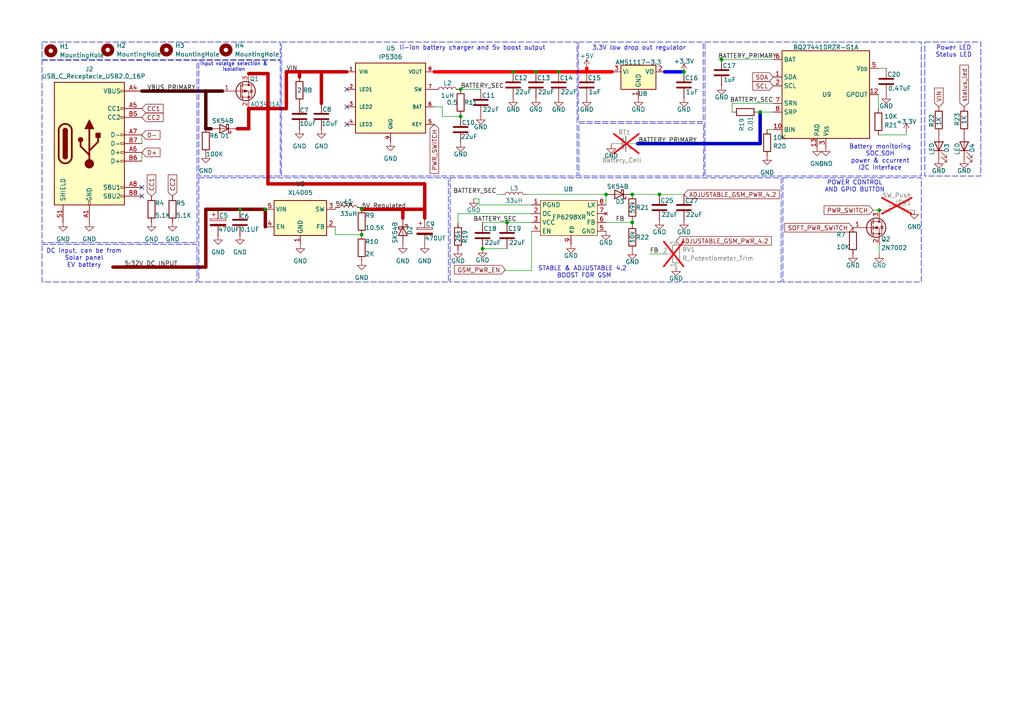
<source format=kicad_sch>
(kicad_sch (version 20250114) (generator "eeschema") (generator_version "9.0")
  (paper "A4")
  (title_block (title "AirQo Mobile Monitor Redesign V1") (date "2025-09-19") (rev "3.0") (company "AirQo"))
  (lib_symbols
    (symbol "Battery_Management:BQ27441DRZR-G1A"
      (property "Reference" "U" (at -5.08 15.875 0))
      (property "Value" "BQ27441DRZR-G1A" (at -5.08 13.97 0))
      (symbol "BQ27441DRZR-G1A_1_1"
        (pin power_in line (at -15.24 10.16 0) (length 2.54) (name "BAT") (number "6"))
        (pin bidirectional line (at -15.24 5.08 0) (length 2.54) (name "SDA") (number "1"))
        (pin input line (at -15.24 2.54 0) (length 2.54) (name "SCL") (number "2"))
        (pin input line (at -15.24 -2.54 0) (length 2.54) (name "SRN") (number "7"))
        (pin input line (at -15.24 -5.08 0) (length 2.54) (name "SRP") (number "8"))
        (pin input line (at -15.24 -10.16 0) (length 2.54) (name "BIN") (number "10"))
        (pin power_in line (at -2.54 -15.24 90) (length 2.54) (name "PAD") (number "13"))
        (pin power_in line (at 0 -15.24 90) (length 2.54) (name "V_{SS}") (number "3"))
        (pin no_connect line (at 10.16 -2.54 180) (length 2.54) (hide yes) (name "NC") (number "11"))
        (pin no_connect line (at 10.16 -5.08 180) (length 2.54) (hide yes) (name "NC") (number "9"))
        (pin no_connect line (at 10.16 -7.62 180) (length 2.54) (hide yes) (name "NC") (number "4"))
        (pin power_out line (at 15.24 7.62 180) (length 2.54) (name "V_{DD}") (number "5"))
        (pin output line (at 15.24 0 180) (length 2.54) (name "GPOUT") (number "12"))
      )
    )
    (symbol "Connector:USB_C_Receptacle_USB2.0_16P" (pin_names (offset 1.016))
      (property "Reference" "J" (at 0 22.225 0))
      (property "Value" "USB_C_Receptacle_USB2.0_16P" (at 0 19.685 0))
      (symbol "USB_C_Receptacle_USB2.0_16P_1_1"
        (pin passive line (at -7.62 -22.86 90) (length 5.08) (name "SHIELD") (number "S1"))
        (pin passive line (at 0 -22.86 90) (length 5.08) (name "GND") (number "A1"))
        (pin passive line (at 0 -22.86 90) (length 5.08) (hide yes) (name "GND") (number "A12"))
        (pin passive line (at 0 -22.86 90) (length 5.08) (hide yes) (name "GND") (number "B1"))
        (pin passive line (at 0 -22.86 90) (length 5.08) (hide yes) (name "GND") (number "B12"))
        (pin passive line (at 15.24 15.24 180) (length 5.08) (name "VBUS") (number "A4"))
        (pin passive line (at 15.24 15.24 180) (length 5.08) (hide yes) (name "VBUS") (number "A9"))
        (pin passive line (at 15.24 15.24 180) (length 5.08) (hide yes) (name "VBUS") (number "B4"))
        (pin passive line (at 15.24 15.24 180) (length 5.08) (hide yes) (name "VBUS") (number "B9"))
        (pin bidirectional line (at 15.24 10.16 180) (length 5.08) (name "CC1") (number "A5"))
        (pin bidirectional line (at 15.24 7.62 180) (length 5.08) (name "CC2") (number "B5"))
        (pin bidirectional line (at 15.24 2.54 180) (length 5.08) (name "D-") (number "A7"))
        (pin bidirectional line (at 15.24 0 180) (length 5.08) (name "D-") (number "B7"))
        (pin bidirectional line (at 15.24 -2.54 180) (length 5.08) (name "D+") (number "A6"))
        (pin bidirectional line (at 15.24 -5.08 180) (length 5.08) (name "D+") (number "B6"))
        (pin bidirectional line (at 15.24 -12.7 180) (length 5.08) (name "SBU1") (number "A8"))
        (pin bidirectional line (at 15.24 -15.24 180) (length 5.08) (name "SBU2") (number "B8"))
      )
    )
    (symbol "Device:Battery_Cell" (pin_numbers (hide yes)) (pin_names (offset 0) (hide yes))
      (property "Reference" "BT" (at 2.54 2.54 0))
      (property "Value" "Battery_Cell" (at 2.54 0 0))
      (symbol "Battery_Cell_1_1"
        (pin passive line (at 0 5.08 270) (length 2.54) (name "+") (number "1"))
        (pin passive line (at 0 -2.54 90) (length 2.54) (name "-") (number "2"))
      )
    )
    (symbol "Device:C" (pin_numbers (hide yes)) (pin_names (offset 0.254))
      (property "Reference" "C" (at 0.635 2.54 0))
      (property "Value" "C" (at 0.635 -2.54 0))
      (symbol "C_1_1"
        (pin passive line (at 0 3.81 270) (length 2.794) (name "~") (number "1"))
        (pin passive line (at 0 -3.81 90) (length 2.794) (name "~") (number "2"))
      )
    )
    (symbol "Device:C_Polarized" (pin_numbers (hide yes)) (pin_names (offset 0.254))
      (property "Reference" "C" (at 0.635 2.54 0))
      (property "Value" "C_Polarized" (at 0.635 -2.54 0))
      (symbol "C_Polarized_1_1"
        (pin passive line (at 0 3.81 270) (length 2.794) (name "~") (number "1"))
        (pin passive line (at 0 -3.81 90) (length 2.794) (name "~") (number "2"))
      )
    )
    (symbol "Device:D_Schottky" (pin_numbers (hide yes)) (pin_names (offset 1.016) (hide yes))
      (property "Reference" "D" (at 0 2.54 0))
      (property "Value" "D_Schottky" (at 0 -2.54 0))
      (symbol "D_Schottky_1_1"
        (pin passive line (at -3.81 0 0) (length 2.54) (name "K") (number "1"))
        (pin passive line (at 3.81 0 180) (length 2.54) (name "A") (number "2"))
      )
    )
    (symbol "Device:L" (pin_numbers (hide yes)) (pin_names (offset 1.016) (hide yes))
      (property "Reference" "L" (at -1.27 0 90))
      (property "Value" "L" (at 1.905 0 90))
      (symbol "L_1_1"
        (pin passive line (at 0 3.81 270) (length 1.27) (name "1") (number "1"))
        (pin passive line (at 0 -3.81 90) (length 1.27) (name "2") (number "2"))
      )
    )
    (symbol "Device:LED" (pin_numbers (hide yes)) (pin_names (offset 1.016) (hide yes))
      (property "Reference" "D" (at 0 2.54 0))
      (property "Value" "LED" (at 0 -2.54 0))
      (symbol "LED_1_1"
        (pin passive line (at -3.81 0 0) (length 2.54) (name "K") (number "1"))
        (pin passive line (at 3.81 0 180) (length 2.54) (name "A") (number "2"))
      )
    )
    (symbol "Device:R" (pin_numbers (hide yes)) (pin_names (offset 0))
      (property "Reference" "R" (at 2.032 0 90))
      (property "Value" "R" (at 0 0 90))
      (symbol "R_1_1"
        (pin passive line (at 0 3.81 270) (length 1.27) (name "~") (number "1"))
        (pin passive line (at 0 -3.81 90) (length 1.27) (name "~") (number "2"))
      )
    )
    (symbol "Device:R_Potentiometer_Trim" (pin_names (offset 1.016) (hide yes))
      (property "Reference" "RV" (at -4.445 0 90))
      (property "Value" "R_Potentiometer_Trim" (at -2.54 0 90))
      (symbol "R_Potentiometer_Trim_1_1"
        (pin passive line (at 0 3.81 270) (length 1.27) (name "1") (number "1"))
        (pin passive line (at 0 -3.81 90) (length 1.27) (name "3") (number "3"))
        (pin passive line (at 3.81 0 180) (length 1.27) (name "2") (number "2"))
      )
    )
    (symbol "FP6298:FP6298"
      (property "Reference" "U11" (at 3.048 7.62 0))
      (property "Value" "FP6298XR" (at 3.302 1.524 0))
      (symbol "FP6298_1_1"
        (pin power_out line (at -7.62 5.08 0) (length 2.54) (name "PGND") (number "1"))
        (pin input line (at -7.62 2.54 0) (length 2.54) (name "OC") (number "2"))
        (pin power_in line (at -7.62 0 0) (length 2.54) (name "VCC") (number "3"))
        (pin power_in line (at -7.62 -2.54 0) (length 2.54) (name "EN") (number "4"))
        (pin output line (at 3.81 -6.35 90) (length 2.54) (name "ep") (number "9"))
        (pin output line (at 13.97 5.08 180) (length 2.54) (name "LX") (number "8"))
        (pin no_connect line (at 13.97 2.54 180) (length 2.54) (name "NC") (number "7"))
        (pin input line (at 13.97 0 180) (length 2.54) (name "FB") (number "6"))
        (pin power_out line (at 13.97 -2.54 180) (length 2.54) (name "GND") (number "5"))
      )
    )
    (symbol "IP5306:IP5306" (pin_names (offset 1.016))
      (property "Reference" "U3" (at 0 14.478 0))
      (property "Value" "IP5306" (at 0 11.938 0))
      (symbol "IP5306_0_0"
        (pin bidirectional line (at -12.7 7.62 0) (length 2.54) (name "VIN") (number "1"))
        (pin bidirectional line (at -12.7 2.54 0) (length 2.54) (name "LED1") (number "2"))
        (pin bidirectional line (at -12.7 -2.54 0) (length 2.54) (name "LED2") (number "3"))
        (pin bidirectional line (at -12.7 -7.62 0) (length 2.54) (name "LED3") (number "4"))
        (pin bidirectional line (at 12.7 7.62 180) (length 2.54) (name "VOUT") (number "8"))
        (pin bidirectional line (at 12.7 2.54 180) (length 2.54) (name "SW") (number "7"))
        (pin bidirectional line (at 12.7 -2.54 180) (length 2.54) (name "BAT") (number "6"))
        (pin bidirectional line (at 12.7 -7.62 180) (length 2.54) (name "KEY") (number "5"))
      )
      (symbol "IP5306_1_0"
        (pin bidirectional line (at 0 -12.7 90) (length 2.54) (name "GND") (number "9"))
      )
    )
    (symbol "Mechanical:MountingHole" (pin_names (offset 1.016)) (exclude_from_sim yes) (in_bom no)
      (property "Reference" "H" (at 0 5.08 0))
      (property "Value" "MountingHole" (at 0 3.175 0))
    )
    (symbol "Regulator_Linear:AMS1117-3.3"
      (property "Reference" "U" (at -3.81 3.175 0))
      (property "Value" "AMS1117-3.3" (at 0 3.175 0))
      (symbol "AMS1117-3.3_1_1"
        (pin power_in line (at -7.62 0 0) (length 2.54) (name "VI") (number "3"))
        (pin power_in line (at 0 -7.62 90) (length 2.54) (name "GND") (number "1"))
        (pin power_out line (at 7.62 0 180) (length 2.54) (name "VO") (number "2"))
      )
    )
    (symbol "Regulator_Switching1:XL4005"
      (property "Reference" "U?" (at -6.35 6.35 0))
      (property "Value" "XL4005" (at 6.35 6.35 0))
      (symbol "XL4005_1_1"
        (pin power_in line (at -10.16 2.54 0) (length 2.54) (name "VIN") (number "5"))
        (pin input line (at -10.16 -2.54 0) (length 2.54) (name "EN") (number "4"))
        (pin power_in line (at 0 -7.62 90) (length 2.54) (name "GND") (number "1"))
        (pin power_out line (at 10.16 2.54 180) (length 2.54) (name "SW") (number "3"))
        (pin input line (at 10.16 -2.54 180) (length 2.54) (name "FB") (number "2"))
      )
    )
    (symbol "Switch:SW_Push" (pin_numbers (hide yes)) (pin_names (offset 1.016) (hide yes))
      (property "Reference" "SW" (at 1.27 2.54 0))
      (property "Value" "SW_Push" (at 0 -1.524 0))
      (symbol "SW_Push_0_1"
        (pin passive line (at -5.08 0 0) (length 2.54) (name "1") (number "1"))
        (pin passive line (at 5.08 0 180) (length 2.54) (name "2") (number "2"))
      )
    )
    (symbol "Transistor_FET:2N7002" (pin_names (hide yes))
      (property "Reference" "Q" (at 5.08 1.905 0))
      (property "Value" "2N7002" (at 5.08 0 0))
      (symbol "2N7002_1_1"
        (pin input line (at -5.08 0 0) (length 2.54) (name "G") (number "1"))
        (pin passive line (at 2.54 5.08 270) (length 2.54) (name "D") (number "3"))
        (pin passive line (at 2.54 -5.08 90) (length 2.54) (name "S") (number "2"))
      )
    )
    (symbol "Transistor_FET:AO3401A" (pin_names (hide yes))
      (property "Reference" "Q" (at 5.08 1.905 0))
      (property "Value" "AO3401A" (at 5.08 0 0))
      (symbol "AO3401A_1_1"
        (pin input line (at -5.08 0 0) (length 2.54) (name "G") (number "1"))
        (pin passive line (at 2.54 5.08 270) (length 2.54) (name "D") (number "3"))
        (pin passive line (at 2.54 -5.08 90) (length 2.54) (name "S") (number "2"))
      )
    )
    (symbol "power:+3.3V" (power) (pin_numbers (hide yes)) (pin_names (offset 0) (hide yes))
      (property "Value" "+3.3V" (at 0 3.556 0))
      (symbol "+3.3V_1_1"
        (pin power_in line (at 0 0 90) (length 0) (name "~") (number "1"))
      )
    )
    (symbol "power:+5V" (power) (pin_names (offset 0))
      (property "Value" "+5V" (at 0 3.556 0))
      (symbol "+5V_1_1"
        (pin power_in line (at 0 0 90) (length 0) (hide yes) (name "+5V") (number "1"))
      )
    )
    (symbol "power:GND" (power) (pin_numbers (hide yes)) (pin_names (offset 0) (hide yes))
      (property "Value" "GND" (at 0 -3.81 0))
      (symbol "GND_1_1"
        (pin power_in line (at 0 0 270) (length 0) (name "~") (number "1"))
      )
    )
  )
  (rectangle (start 227.076 51.562) (end 267.208 81.788) (stroke (width 0) (type dash)))
  (rectangle (start 57.658 51.562) (end 130.048 81.788) (stroke (width 0) (type dash)))
  (rectangle (start 12.192 12.192) (end 81.28 17.272) (stroke (width 0) (type dash)))
  (rectangle (start 130.556 51.562) (end 226.568 81.788) (stroke (width 0) (type dash)))
  (rectangle (start 12.192 70.866) (end 57.15 81.788) (stroke (width 0) (type dash)))
  (rectangle (start 167.894 35.814) (end 204.089 51.054) (stroke (width 0) (type dash)))
  (rectangle (start 268.224 12.192) (end 284.48 51.054) (stroke (width 0) (type dash)))
  (rectangle (start 167.767 12.192) (end 203.962 35.306) (stroke (width 0) (type dash)))
  (rectangle (start 204.47 12.192) (end 267.208 51.054) (stroke (width 0) (type dash)))
  (rectangle (start 57.658 17.526) (end 81.28 51.054) (stroke (width 0) (type dash)))
  (rectangle (start 12.192 17.526) (end 57.15 70.358) (stroke (width 0) (type dash)))
  (rectangle (start 81.661 12.192) (end 167.386 51.054) (stroke (width 0) (type dash)))
  (text "POWER CONTROL\nAND GPIO BUTTON" (at 247.904 54.102 0) (effects (font (size 1.27 1.27))))
  (text "STABLE & ADJUSTABLE 4.2 \nBOOST FOR GSM\n" (at 169.418 78.994 0) (effects (font (size 1.27 1.27))))
  (text "3.3V low drop out regulator\n" (at 171.704 14.732 0) (effects (font (size 1.27 1.27)) (justify left bottom)))
  (text "input volatge selection &\nisolation\n" (at 67.818 20.828 0) (effects (font (size 1 1)) (justify bottom)))
  (text "Power LED\nStatus LED" (at 276.606 14.986 0) (effects (font (size 1.27 1.27))))
  (text "DC input, can be from\nSolar panel\nEV battery\n" (at 24.384 74.93 0) (effects (font (size 1.27 1.27))))
  (text "Battery monitoring\nSOC,SOH\npower & ccurrent\nI2C interface\n" (at 255.27 45.72 0) (effects (font (size 1.27 1.27))))
  (text "li-ion battery charger and 5v boost output\n" (at 115.824 14.732 0) (effects (font (size 1.27 1.27)) (justify left bottom)))
  (junction (at 147.066 64.516))
  (junction (at 183.388 56.388))
  (junction (at 93.218 20.828) (color 194 0 0 1))
  (junction (at 133.604 25.908))
  (junction (at 162.052 20.828))
  (junction (at 198.374 20.828))
  (junction (at 175.768 56.388))
  (junction (at 255.016 60.96))
  (junction (at 59.69 26.416) (color 72 0 0 1))
  (junction (at 209.296 17.272))
  (junction (at 104.902 60.452))
  (junction (at 183.388 64.516))
  (junction (at 191.262 56.388))
  (junction (at 123.19 60.706) (color 194 0 0 0.6))
  (junction (at 220.472 32.512))
  (junction (at 170.18 20.828) (color 255 0 0 1))
  (junction (at 104.902 68.072))
  (junction (at 63.246 60.706) (color 132 0 0 1))
  (junction (at 148.844 20.828))
  (junction (at 116.84 60.706) (color 194 0 0 0.6))
  (junction (at 155.448 20.828))
  (junction (at 86.868 20.828) (color 194 0 0 1))
  (junction (at 69.596 60.706))
  (junction (at 133.604 33.782))
  (junction (at 59.69 37.084) (color 72 0 0 1))
  (junction (at 139.954 72.136))
  (junction (at 76.962 60.706))
  (junction (at 72.136 31.496) (color 194 0 0 1))
  (no_connect (at 41.148 56.896))
  (no_connect (at 100.584 36.068))
  (no_connect (at 100.584 25.908))
  (no_connect (at 41.148 54.356))
  (no_connect (at 100.584 30.988))
  (wire (pts (xy 41.148 44.196) (xy 41.148 46.736)))
  (wire (pts (xy 183.388 64.516) (xy 183.388 64.008)))
  (wire (pts (xy 59.69 60.706) (xy 59.69 77.47)) (stroke (width 1) (color 132 0 0 1)))
  (wire (pts (xy 212.344 29.972) (xy 224.282 29.972)))
  (wire (pts (xy 254.762 27.432) (xy 254.762 31.496)))
  (wire (pts (xy 86.868 20.828) (xy 93.218 20.828)) (stroke (width 1) (color 194 0 0 1)))
  (wire (pts (xy 123.19 53.34) (xy 123.19 60.706)) (stroke (width 1) (color 194 0 0 0.6)))
  (wire (pts (xy 77.724 21.336) (xy 77.724 53.34)) (stroke (width 1) (color 194 0 0 0.6)))
  (wire (pts (xy 138.938 59.436) (xy 154.178 59.436)))
  (wire (pts (xy 41.148 26.416) (xy 59.69 26.416)) (stroke (width 1) (color 72 0 0 1)))
  (wire (pts (xy 133.604 33.782) (xy 133.604 33.528)))
  (wire (pts (xy 86.868 22.352) (xy 86.868 20.828)) (stroke (width 1) (color 194 0 0 1)))
  (wire (pts (xy 147.066 64.516) (xy 139.954 64.516)))
  (wire (pts (xy 63.246 60.706) (xy 69.596 60.706)) (stroke (width 1) (color 132 0 0 1)))
  (wire (pts (xy 72.136 31.496) (xy 72.136 37.338)) (stroke (width 1) (color 194 0 0 1)))
  (wire (pts (xy 198.374 20.828) (xy 198.374 21.082)))
  (wire (pts (xy 184.912 41.656) (xy 220.472 41.656)) (stroke (width 1) (color 0 0 194 1)))
  (wire (pts (xy 144.018 56.388) (xy 145.288 56.388)))
  (wire (pts (xy 262.89 39.116) (xy 254.762 39.116)))
  (wire (pts (xy 254.762 19.812) (xy 257.048 19.812)))
  (wire (pts (xy 116.84 60.706) (xy 104.902 60.706)) (stroke (width 1) (color 194 0 0 0.6)))
  (wire (pts (xy 139.954 72.136) (xy 147.066 72.136)))
  (wire (pts (xy 41.148 39.116) (xy 41.148 41.656)))
  (wire (pts (xy 162.052 20.828) (xy 170.18 20.828)) (stroke (width 1) (color 255 0 0 1)))
  (wire (pts (xy 125.984 20.828) (xy 148.844 20.828)) (stroke (width 1) (color 255 0 0 1)))
  (wire (pts (xy 72.136 37.338) (xy 68.834 37.338)) (stroke (width 1) (color 194 0 0 1)))
  (wire (pts (xy 175.768 56.388) (xy 175.768 59.436)))
  (wire (pts (xy 59.69 37.338) (xy 61.214 37.338)) (stroke (width 1) (color 72 0 0 1)))
  (wire (pts (xy 220.472 32.512) (xy 220.472 41.656)) (stroke (width 1) (color 0 0 194 1)))
  (wire (pts (xy 148.844 20.828) (xy 155.448 20.828)) (stroke (width 1) (color 255 0 0 1)))
  (wire (pts (xy 104.902 60.198) (xy 104.902 60.452)))
  (wire (pts (xy 83.058 31.496) (xy 83.058 20.828)) (stroke (width 1) (color 194 0 0 1)))
  (wire (pts (xy 116.84 63.246) (xy 116.84 60.706)) (stroke (width 1) (color 194 0 0 0.6)))
  (wire (pts (xy 93.218 20.828) (xy 93.218 29.972)) (stroke (width 1) (color 194 0 0 1)))
  (wire (pts (xy 183.388 65.024) (xy 183.388 64.516)))
  (wire (pts (xy 220.472 32.512) (xy 224.282 32.512)))
  (wire (pts (xy 123.19 63.246) (xy 123.19 60.706)) (stroke (width 1) (color 194 0 0 0.6)))
  (wire (pts (xy 128.27 30.988) (xy 128.27 33.782)))
  (wire (pts (xy 77.724 53.34) (xy 123.19 53.34)) (stroke (width 1) (color 194 0 0 0.6)))
  (wire (pts (xy 59.69 37.338) (xy 59.69 37.084)) (stroke (width 1) (color 72 0 0 1)))
  (wire (pts (xy 59.69 60.706) (xy 63.246 60.706)) (stroke (width 1) (color 132 0 0 1)))
  (wire (pts (xy 192.786 20.828) (xy 198.374 20.828)) (stroke (width 1) (color 0 0 255 1)))
  (wire (pts (xy 137.414 57.658) (xy 138.938 57.658)))
  (wire (pts (xy 154.178 78.486) (xy 154.178 67.056)))
  (wire (pts (xy 212.344 32.512) (xy 212.344 29.972)))
  (wire (pts (xy 125.984 30.988) (xy 128.27 30.988)))
  (wire (pts (xy 133.604 25.908) (xy 139.446 25.908)))
  (wire (pts (xy 132.842 61.976) (xy 154.178 61.976)))
  (wire (pts (xy 170.18 19.812) (xy 170.18 20.828)) (stroke (width 1) (color 255 0 0 1)))
  (wire (pts (xy 97.282 60.198) (xy 97.282 60.706)))
  (wire (pts (xy 72.136 31.496) (xy 83.058 31.496)) (stroke (width 1) (color 194 0 0 1)))
  (wire (pts (xy 138.938 57.658) (xy 138.938 59.436)))
  (wire (pts (xy 155.448 20.828) (xy 162.052 20.828)) (stroke (width 1) (color 255 0 0 1)))
  (wire (pts (xy 262.89 39.116) (xy 262.89 38.354)))
  (wire (pts (xy 97.282 65.786) (xy 97.282 68.072)))
  (wire (pts (xy 152.908 56.388) (xy 175.768 56.388)))
  (wire (pts (xy 132.842 64.77) (xy 132.842 61.976)))
  (wire (pts (xy 128.27 33.782) (xy 133.604 33.782)))
  (wire (pts (xy 59.69 77.47) (xy 32.766 77.47)) (stroke (width 1) (color 132 0 0 1)))
  (wire (pts (xy 188.468 73.66) (xy 192.278 73.66)))
  (wire (pts (xy 59.69 37.338) (xy 59.69 37.084)) (stroke (width 0) (color 72 0 0 1)))
  (wire (pts (xy 175.768 64.516) (xy 183.388 64.516)))
  (wire (pts (xy 83.058 20.828) (xy 86.868 20.828)) (stroke (width 1) (color 194 0 0 1)))
  (wire (pts (xy 198.374 56.388) (xy 191.262 56.388)))
  (wire (pts (xy 191.262 56.388) (xy 183.388 56.388)))
  (wire (pts (xy 72.136 21.336) (xy 77.724 21.336)) (stroke (width 1) (color 194 0 0 0.6)))
  (wire (pts (xy 104.902 60.452) (xy 104.902 60.706)))
  (wire (pts (xy 222.504 37.592) (xy 224.282 37.592)))
  (wire (pts (xy 104.902 68.072) (xy 97.282 68.072)))
  (wire (pts (xy 147.066 64.516) (xy 154.178 64.516)))
  (wire (pts (xy 76.962 60.706) (xy 69.596 60.706)) (stroke (width 1) (color 132 0 0 1)))
  (wire (pts (xy 93.218 20.828) (xy 100.584 20.828)) (stroke (width 1) (color 194 0 0 1)))
  (wire (pts (xy 116.84 60.706) (xy 123.19 60.706)) (stroke (width 1) (color 194 0 0 0.6)))
  (wire (pts (xy 209.296 17.272) (xy 224.282 17.272)))
  (wire (pts (xy 255.016 71.12) (xy 255.016 73.66)))
  (wire (pts (xy 219.964 32.512) (xy 220.472 32.512)))
  (wire (pts (xy 146.558 78.486) (xy 154.178 78.486)))
  (wire (pts (xy 146.558 78.232) (xy 146.558 78.486)))
  (wire (pts (xy 253.238 60.96) (xy 255.016 60.96)))
  (wire (pts (xy 208.28 17.272) (xy 209.296 17.272)))
  (wire (pts (xy 59.69 26.416) (xy 64.516 26.416)) (stroke (width 1) (color 72 0 0 1)))
  (wire (pts (xy 177.292 41.656) (xy 177.292 41.91)))
  (wire (pts (xy 170.18 20.828) (xy 177.546 20.828)) (stroke (width 1) (color 255 0 0 1)))
  (wire (pts (xy 59.69 26.416) (xy 59.69 37.084)) (stroke (width 1) (color 72 0 0 1)))
  (wire (pts (xy 76.962 60.706) (xy 76.962 65.786)) (stroke (width 1) (color 132 0 0 1)))
  (label "BATTERY_SEC" (at 149.86 64.516 180))
  (label "BATTERY_PRIMARY" (at 185.166 41.656 0))
  (label "FB" (at 188.468 73.66 0))
  (label "VBUS_PRIMARY" (at 42.672 26.416 0))
  (label "VIN" (at 83.058 20.828 0))
  (label "FB" (at 178.562 64.516 0))
  (label "BATTERY_PRIMARY" (at 208.28 17.272 0))
  (label "BATTERY_SEC" (at 133.604 25.908 0))
  (label "5:32V DC INPUT" (at 36.068 77.47 0))
  (label "5V Regulated" (at 104.902 60.706 0))
  (label "BATTERY_SEC" (at 144.018 56.388 180))
  (label "BATTERY_SEC" (at 224.282 29.972 180))
  (label "5VSW" (at 97.282 60.198 0))
  (global_label "D-" (shape input) (at 41.148 39.116 0) (property "Intersheetrefs" "${INTERSHEET_REFS}" (effects (hide yes))))
  (global_label "SDA" (shape input) (at 224.282 22.352 180) (property "Intersheetrefs" "${INTERSHEET_REFS}" (effects (hide yes))))
  (global_label "GSM_PWR_EN" (shape input) (at 146.558 78.232 180) (property "Intersheetrefs" "${INTERSHEET_REFS}" (effects (hide yes))))
  (global_label "PWR_SWITCH" (shape input) (at 125.984 36.068 270) (property "Intersheetrefs" "${INTERSHEET_REFS}" (effects (hide yes))))
  (global_label "PWR_SWITCH" (shape input) (at 253.238 60.96 180) (property "Intersheetrefs" "${INTERSHEET_REFS}" (effects (hide yes))))
  (global_label "ADJUSTABLE_GSM_PWR_4.2" (shape input) (at 198.374 56.388 0) (property "Intersheetrefs" "${INTERSHEET_REFS}" (effects (hide yes))))
  (global_label "ADJUSTABLE_GSM_PWR_4.2" (shape input) (at 196.088 69.85 0) (property "Intersheetrefs" "${INTERSHEET_REFS}" (effects (hide yes))))
  (global_label "CC2" (shape input) (at 50.038 56.896 90) (property "Intersheetrefs" "${INTERSHEET_REFS}" (effects (hide yes))))
  (global_label "status_led" (shape input) (at 279.654 30.988 90) (property "Intersheetrefs" "${INTERSHEET_REFS}" (effects (hide yes))))
  (global_label "VIN" (shape input) (at 272.288 30.988 90) (property "Intersheetrefs" "${INTERSHEET_REFS}" (effects (hide yes))))
  (global_label "CC2" (shape input) (at 41.148 34.036 0) (property "Intersheetrefs" "${INTERSHEET_REFS}" (effects (hide yes))))
  (global_label "SCL" (shape input) (at 224.282 24.892 180) (property "Intersheetrefs" "${INTERSHEET_REFS}" (effects (hide yes))))
  (global_label "CC1" (shape input) (at 41.148 31.496 0) (property "Intersheetrefs" "${INTERSHEET_REFS}" (effects (hide yes))))
  (global_label "D+" (shape input) (at 41.148 44.196 0) (property "Intersheetrefs" "${INTERSHEET_REFS}" (effects (hide yes))))
  (global_label "SOFT_PWR_SWITCH" (shape input) (at 247.396 66.04 180) (property "Intersheetrefs" "${INTERSHEET_REFS}" (effects (hide yes))))
  (global_label "CC1" (shape input) (at 43.942 56.896 90) (property "Intersheetrefs" "${INTERSHEET_REFS}" (effects (hide yes))))
  (symbol (lib_id "power:GND") (at 133.604 41.402 0) (unit 1)
    (property "Reference" "#PWR033" (effects (hide yes)))
    (property "Value" "GND" (at 133.604 44.704 0))
  )
  (symbol (lib_id "Device:R") (at 183.388 60.198 180) (unit 1)
    (property "Reference" "R21" (at 184.404 60.198 0) (effects (justify right)))
    (property "Value" "59k" (at 183.388 61.976 90) (effects (justify right)))
    (property "Footprint" "Resistor_SMD:R_0603_1608Metric" (effects (hide yes)))
  )
  (symbol (lib_id "power:GND") (at 209.296 24.892 0) (unit 1)
    (property "Reference" "#PWR057" (effects (hide yes)))
    (property "Value" "GND" (at 209.296 28.194 0))
  )
  (symbol (lib_id "Mechanical:MountingHole") (at 31.242 14.478 0) (unit 1) (exclude_from_sim yes) (in_bom no) (on_board no)
    (property "Reference" "H2" (at 33.782 13.2079 0) (effects (justify left)))
    (property "Value" "MountingHole" (at 33.782 15.7479 0) (effects (justify left)))
    (property "Footprint" "MountingHole:MountingHole_3.2mm_M3" (effects (hide yes)))
    (property "Description" "Mounting Hole without connection" (effects (hide yes)))
  )
  (symbol (lib_id "Device:C") (at 69.596 64.516 0) (unit 1)
    (property "Reference" "C6" (at 69.596 62.738 0) (effects (justify left)))
    (property "Value" "0.1UF" (at 69.596 66.548 0) (effects (justify left)))
    (property "Footprint" "Capacitor_SMD:C_0603_1608Metric" (effects (hide yes)))
    (property "Description" "Unpolarized capacitor" (effects (hide yes)))
  )
  (symbol (lib_id "Device:R") (at 132.842 68.58 180) (unit 1)
    (property "Reference" "R19" (at 134.874 70.612 90) (effects (justify right)))
    (property "Value" "26k" (at 132.842 70.358 90) (effects (justify right)))
    (property "Footprint" "Resistor_SMD:R_0603_1608Metric" (effects (hide yes)))
  )
  (symbol (lib_id "Device:R") (at 216.154 32.512 90) (unit 1)
    (property "Reference" "R19" (at 215.138 38.1 0) (effects (justify left)))
    (property "Value" "0.01" (at 217.678 38.1 0) (effects (justify left)))
    (property "Footprint" "Resistor_SMD:R_1206_3216Metric" (effects (hide yes)))
  )
  (symbol (lib_id "power:GND") (at 185.166 28.448 0) (unit 1)
    (property "Reference" "#PWR053" (effects (hide yes)))
    (property "Value" "GND" (at 185.166 31.75 0))
  )
  (symbol (lib_id "Transistor_FET:2N7002") (at 252.476 66.04 0) (unit 1)
    (property "Reference" "Q2" (at 255.524 69.342 0) (effects (justify left)))
    (property "Value" "2N7002" (at 255.524 71.882 0) (effects (justify left)))
    (property "Footprint" "Package_TO_SOT_SMD:SOT-23" (effects (hide yes)))
    (property "Datasheet" "https://www.onsemi.com/pub/Collateral/NDS7002A-D.PDF" (effects (hide yes)))
    (property "Description" "0.115A Id, 60V Vds, N-Channel MOSFET, SOT-23" (effects (hide yes)))
  )
  (symbol (lib_id "Device:D_Schottky") (at 65.024 37.338 180) (unit 1)
    (property "Reference" "D1" (at 66.6115 39.37 0) (effects (justify left)))
    (property "Value" "SK54B" (at 67.818 35.052 0) (effects (justify left)))
    (property "Footprint" "Diode_SMD:D_SMB" (effects (hide yes)))
  )
  (symbol (lib_id "Device:L") (at 129.794 25.908 90) (unit 1)
    (property "Reference" "L2" (at 129.794 24.13 90))
    (property "Value" "1uH" (at 129.794 27.686 90))
    (property "Footprint" "Inductor_SMD:L_10.4x10.4_H4.8" (effects (hide yes)))
  )
  (symbol (lib_id "power:GND") (at 132.842 72.39 0) (unit 1)
    (property "Reference" "#PWR046" (effects (hide yes)))
    (property "Value" "GND" (at 132.842 75.692 0))
  )
  (symbol (lib_id "Device:R") (at 183.388 68.834 180) (unit 1)
    (property "Reference" "R22" (at 184.404 68.834 0) (effects (justify right)))
    (property "Value" "10k" (at 183.388 70.612 90) (effects (justify right)))
    (property "Footprint" "Resistor_SMD:R_0603_1608Metric" (effects (hide yes)))
  )
  (symbol (lib_id "Connector:USB_C_Receptacle_USB2.0_16P") (at 25.908 41.656 0) (unit 1)
    (property "Reference" "J2" (at 25.908 20.066 0))
    (property "Value" "USB_C_Receptacle_USB2.0_16P" (at 27.178 22.098 0))
    (property "Footprint" "Connector_USB:USB_C_Receptacle_Palconn_UTC16-G" (effects (hide yes)))
    (property "Datasheet" "https://www.usb.org/sites/default/files/documents/usb_type-c.zip" (effects (hide yes)))
    (property "Description" "USB 2.0-only 16P Type-C Receptacle connector" (effects (hide yes)))
  )
  (symbol (lib_id "Device:C") (at 133.604 37.592 0) (unit 1)
    (property "Reference" "C10" (at 133.858 35.56 0) (effects (justify left)))
    (property "Value" "22uF" (at 133.604 39.624 0) (effects (justify left)))
    (property "Footprint" "Capacitor_SMD:C_0805_2012Metric" (effects (hide yes)))
  )
  (symbol (lib_id "power:+3.3V") (at 262.89 38.354 0) (unit 1)
    (property "Reference" "#PWR076" (effects (hide yes)))
    (property "Value" "+3.3V" (at 262.89 35.306 0))
  )
  (symbol (lib_id "Device:C") (at 198.374 60.198 0) (unit 1)
    (property "Reference" "C27" (at 198.628 58.166 0) (effects (justify left)))
    (property "Value" "22uF" (at 198.882 62.23 0) (effects (justify left)))
    (property "Footprint" "Capacitor_SMD:C_0805_2012Metric" (effects (hide yes)))
  )
  (symbol (lib_id "power:GND") (at 59.69 44.704 0) (unit 1)
    (property "Reference" "#PWR019" (effects (hide yes)))
    (property "Value" "GND" (at 59.69 49.53 0))
  )
  (symbol (lib_id "power:GND") (at 50.038 64.516 0) (unit 1)
    (property "Reference" "#PWR016" (effects (hide yes)))
    (property "Value" "GND" (at 50.038 69.342 0))
    (property "Description" "Power symbol creates a global label with name \"GND\" , ground" (effects (hide yes)))
  )
  (symbol (lib_id "power:+3.3V") (at 198.374 21.082 0) (unit 1)
    (property "Reference" "#PWR055" (effects (hide yes)))
    (property "Value" "+3.3V" (at 198.374 17.78 0))
  )
  (symbol (lib_id "power:GND") (at 239.522 42.672 0) (unit 1)
    (property "Reference" "#PWR068" (effects (hide yes)))
    (property "Value" "GND" (at 239.522 47.498 0))
  )
  (symbol (lib_id "power:GND") (at 247.396 73.66 0) (unit 1)
    (property "Reference" "#PWR022" (effects (hide yes)))
    (property "Value" "GND" (at 247.396 76.962 0))
  )
  (symbol (lib_id "power:+5V") (at 170.18 19.812 0) (unit 1)
    (property "Reference" "#PWR049" (effects (hide yes)))
    (property "Value" "+5V" (at 170.18 16.256 0))
  )
  (symbol (lib_id "Device:R") (at 86.868 26.162 180) (unit 1)
    (property "Reference" "R8" (at 87.884 26.162 0) (effects (justify right)))
    (property "Value" "2" (at 86.106 26.162 0) (effects (justify right)))
    (property "Footprint" "Resistor_SMD:R_0603_1608Metric" (effects (hide yes)))
  )
  (symbol (lib_id "Device:C") (at 155.448 24.638 0) (unit 1)
    (property "Reference" "C13" (at 155.702 22.606 0) (effects (justify left)))
    (property "Value" "22uF" (at 155.956 26.67 0) (effects (justify left)))
    (property "Footprint" "Capacitor_SMD:C_0805_2012Metric" (effects (hide yes)))
  )
  (symbol (lib_id "Device:R") (at 272.288 34.798 180) (unit 1)
    (property "Reference" "R22" (at 270.256 33.02 90) (effects (justify left)))
    (property "Value" "1K" (at 272.288 33.782 90) (effects (justify left)))
    (property "Footprint" "Resistor_SMD:R_0603_1608Metric" (effects (hide yes)))
    (property "Description" "Resistor" (effects (hide yes)))
  )
  (symbol (lib_id "Mechanical:MountingHole") (at 48.26 14.478 0) (unit 1) (exclude_from_sim yes) (in_bom no) (on_board no)
    (property "Reference" "H3" (at 50.8 13.2079 0) (effects (justify left)))
    (property "Value" "MountingHole" (at 50.8 15.7479 0) (effects (justify left)))
    (property "Footprint" "MountingHole:MountingHole_3.2mm_M3" (effects (hide yes)))
    (property "Description" "Mounting Hole without connection" (effects (hide yes)))
  )
  (symbol (lib_id "power:GND") (at 165.608 70.866 0) (unit 1)
    (property "Reference" "#PWR056" (effects (hide yes)))
    (property "Value" "GND" (at 165.608 74.168 0))
  )
  (symbol (lib_id "power:GND") (at 123.19 70.866 0) (unit 1)
    (property "Reference" "#PWR032" (effects (hide yes)))
    (property "Value" "GND" (at 123.19 75.692 0))
    (property "Description" "Power symbol creates a global label with name \"GND\" , ground" (effects (hide yes)))
  )
  (symbol (lib_id "power:GND") (at 198.374 28.448 0) (unit 1)
    (property "Reference" "#PWR056" (effects (hide yes)))
    (property "Value" "GND" (at 198.374 31.75 0))
  )
  (symbol (lib_id "Device:R") (at 43.942 60.706 0) (unit 1)
    (property "Reference" "R4" (at 44.958 58.928 0) (effects (justify left)))
    (property "Value" "5.1K" (at 44.958 62.484 0) (effects (justify left)))
    (property "Footprint" "Resistor_SMD:R_0603_1608Metric" (effects (hide yes)))
    (property "Description" "Resistor" (effects (hide yes)))
  )
  (symbol (lib_id "Device:C") (at 170.18 24.638 0) (unit 1)
    (property "Reference" "C15" (at 170.434 22.606 0) (effects (justify left)))
    (property "Value" "1uF" (at 170.688 26.67 0) (effects (justify left)))
    (property "Footprint" "Capacitor_SMD:C_0603_1608Metric" (effects (hide yes)))
  )
  (symbol (lib_id "Device:C_Polarized") (at 123.19 67.056 0) (unit 1)
    (property "Reference" "C9" (at 123.444 65.024 0) (effects (justify left)))
    (property "Value" "470UF" (at 123.19 69.088 0) (effects (justify left)))
    (property "Footprint" "Capacitor_THT:CP_Radial_D4.0mm_P2.00mm" (effects (hide yes)))
    (property "Description" "Polarized capacitor" (effects (hide yes)))
  )
  (symbol (lib_id "Device:C") (at 139.446 29.718 0) (unit 1)
    (property "Reference" "C11" (at 139.7 27.686 0) (effects (justify left)))
    (property "Value" "22uF" (at 139.954 31.75 0) (effects (justify left)))
    (property "Footprint" "Capacitor_SMD:C_0805_2012Metric" (effects (hide yes)))
  )
  (symbol (lib_id "Device:R") (at 104.902 64.262 0) (unit 1)
    (property "Reference" "R9" (at 105.918 62.484 0) (effects (justify left)))
    (property "Value" "10.5K" (at 105.918 66.04 0) (effects (justify left)))
    (property "Footprint" "Resistor_SMD:R_0603_1608Metric" (effects (hide yes)))
    (property "Description" "Resistor" (effects (hide yes)))
  )
  (symbol (lib_id "Device:C") (at 162.052 24.638 0) (unit 1)
    (property "Reference" "C14" (at 162.306 22.606 0) (effects (justify left)))
    (property "Value" "22uF" (at 162.56 26.67 0) (effects (justify left)))
    (property "Footprint" "Capacitor_SMD:C_0805_2012Metric" (effects (hide yes)))
  )
  (symbol (lib_id "Device:R") (at 279.654 34.798 0) (unit 1)
    (property "Reference" "R23" (at 277.622 36.576 90) (effects (justify left)))
    (property "Value" "1K" (at 279.654 36.068 90) (effects (justify left)))
    (property "Footprint" "Resistor_SMD:R_0603_1608Metric" (effects (hide yes)))
    (property "Description" "Resistor" (effects (hide yes)))
  )
  (symbol (lib_id "power:GND") (at 137.414 57.658 0) (unit 1)
    (property "Reference" "#PWR048" (effects (hide yes)))
    (property "Value" "GND" (at 137.414 60.96 0))
  )
  (symbol (lib_id "Device:C") (at 147.066 68.326 0) (unit 1)
    (property "Reference" "C19" (at 147.32 66.294 0) (effects (justify left)))
    (property "Value" "22uF" (at 147.574 70.358 0) (effects (justify left)))
    (property "Footprint" "Capacitor_SMD:C_0805_2012Metric" (effects (hide yes)))
  )
  (symbol (lib_id "Device:R_Potentiometer_Trim") (at 196.088 73.66 180) (unit 1) (on_board no) (dnp yes)
    (property "Reference" "RV1" (at 197.866 72.3899 0) (effects (justify right)))
    (property "Value" "R_Potentiometer_Trim" (at 197.866 74.9299 0) (effects (justify right)))
    (property "Footprint" "Potentiometer_THT:Potentiometer_Bourns_3296W_Vertical" (effects (hide yes)))
    (property "Description" "Trim-potentiometer" (effects (hide yes)))
  )
  (symbol (lib_id "power:GND") (at 113.284 41.148 0) (unit 1)
    (property "Reference" "#PWR029" (effects (hide yes)))
    (property "Value" "GND" (at 113.284 45.974 0))
  )
  (symbol (lib_id "power:GND") (at 196.088 77.47 0) (unit 1)
    (property "Reference" "#PWR034" (effects (hide yes)))
    (property "Value" "GND" (at 196.088 80.772 0))
  )
  (symbol (lib_id "power:GND") (at 222.504 45.212 0) (unit 1)
    (property "Reference" "#PWR063" (effects (hide yes)))
    (property "Value" "GND" (at 222.504 50.038 0))
  )
  (symbol (lib_id "Device:C") (at 209.296 21.082 0) (unit 1)
    (property "Reference" "C17" (at 209.55 19.05 0) (effects (justify left)))
    (property "Value" "1uF" (at 209.804 23.114 0) (effects (justify left)))
    (property "Footprint" "Capacitor_SMD:C_0603_1608Metric" (effects (hide yes)))
  )
  (symbol (lib_id "Device:C") (at 139.954 68.326 0) (unit 1)
    (property "Reference" "C18" (at 140.208 66.294 0) (effects (justify left)))
    (property "Value" "22uF" (at 140.462 70.358 0) (effects (justify left)))
    (property "Footprint" "Capacitor_SMD:C_0805_2012Metric" (effects (hide yes)))
  )
  (symbol (lib_id "Device:LED") (at 272.288 42.418 90) (unit 1)
    (property "Reference" "D3" (at 274.574 42.926 0))
    (property "Value" "LED" (at 270.256 43.18 0))
    (property "Footprint" "LED_SMD:LED_0603_1608Metric_Pad1.05x0.95mm_HandSolder" (effects (hide yes)))
    (property "Description" "Light emitting diode" (effects (hide yes)))
  )
  (symbol (lib_id "power:GND") (at 170.18 28.448 0) (unit 1)
    (property "Reference" "#PWR050" (effects (hide yes)))
    (property "Value" "GND" (at 170.18 31.75 0))
  )
  (symbol (lib_id "power:GND") (at 257.048 27.432 0) (unit 1)
    (property "Reference" "#PWR073" (effects (hide yes)))
    (property "Value" "GND" (at 257.048 30.734 0))
  )
  (symbol (lib_id "Device:C") (at 198.374 24.638 0) (unit 1)
    (property "Reference" "C16" (at 198.628 22.606 0) (effects (justify left)))
    (property "Value" "1uF" (at 198.882 26.67 0) (effects (justify left)))
    (property "Footprint" "Capacitor_SMD:C_0603_1608Metric" (effects (hide yes)))
  )
  (symbol (lib_id "Device:R") (at 104.902 71.882 0) (unit 1)
    (property "Reference" "R10" (at 105.918 70.104 0) (effects (justify left)))
    (property "Value" "2K" (at 105.918 73.66 0) (effects (justify left)))
    (property "Footprint" "Resistor_SMD:R_0603_1608Metric" (effects (hide yes)))
    (property "Description" "Resistor" (effects (hide yes)))
  )
  (symbol (lib_id "power:GND") (at 87.122 70.866 0) (unit 1)
    (property "Reference" "#PWR025" (effects (hide yes)))
    (property "Value" "GND" (at 87.122 75.692 0))
    (property "Description" "Power symbol creates a global label with name \"GND\" , ground" (effects (hide yes)))
  )
  (symbol (lib_id "Device:C") (at 148.844 24.638 0) (unit 1)
    (property "Reference" "C12" (at 149.098 22.606 0) (effects (justify left)))
    (property "Value" "22uF" (at 149.352 26.67 0) (effects (justify left)))
    (property "Footprint" "Capacitor_SMD:C_0805_2012Metric" (effects (hide yes)))
  )
  (symbol (lib_id "power:GND") (at 86.868 37.592 0) (unit 1)
    (property "Reference" "#PWR024" (effects (hide yes)))
    (property "Value" "GND" (at 86.868 42.418 0))
  )
  (symbol (lib_id "power:GND") (at 279.654 46.228 0) (unit 1)
    (property "Reference" "#PWR079" (effects (hide yes)))
    (property "Value" "GND" (at 279.654 49.53 0))
    (property "Description" "Power symbol creates a global label with name \"GND\" , ground" (effects (hide yes)))
  )
  (symbol (lib_id "Device:R") (at 133.604 29.718 180) (unit 1)
    (property "Reference" "R11" (at 134.62 29.718 0) (effects (justify right)))
    (property "Value" "0.5" (at 129.54 29.718 0) (effects (justify right)))
    (property "Footprint" "Resistor_SMD:R_0603_1608Metric" (effects (hide yes)))
  )
  (symbol (lib_id "power:GND") (at 18.288 64.516 0) (unit 1)
    (property "Reference" "#PWR05" (effects (hide yes)))
    (property "Value" "GND" (at 18.288 69.342 0))
    (property "Description" "Power symbol creates a global label with name \"GND\" , ground" (effects (hide yes)))
  )
  (symbol (lib_id "Device:L") (at 149.098 56.388 90) (unit 1)
    (property "Reference" "L3" (at 149.098 54.61 90))
    (property "Value" "33uH" (at 149.098 58.166 90))
    (property "Footprint" "Inductor_SMD:L_10.4x10.4_H4.8" (effects (hide yes)))
  )
  (symbol (lib_id "Device:C") (at 93.218 33.782 0) (unit 1)
    (property "Reference" "C8" (at 93.472 31.75 0) (effects (justify left)))
    (property "Value" "10uF" (at 93.218 35.814 0) (effects (justify left)))
    (property "Footprint" "Capacitor_SMD:C_0603_1608Metric" (effects (hide yes)))
  )
  (symbol (lib_id "Mechanical:MountingHole") (at 65.532 14.478 0) (unit 1) (exclude_from_sim yes) (in_bom no) (on_board no)
    (property "Reference" "H4" (at 68.072 13.2079 0) (effects (justify left)))
    (property "Value" "MountingHole" (at 68.072 15.7479 0) (effects (justify left)))
    (property "Footprint" "MountingHole:MountingHole_3.2mm_M3" (effects (hide yes)))
    (property "Description" "Mounting Hole without connection" (effects (hide yes)))
  )
  (symbol (lib_id "power:GND") (at 104.902 75.692 0) (unit 1)
    (property "Reference" "#PWR028" (effects (hide yes)))
    (property "Value" "GND" (at 104.902 80.518 0))
    (property "Description" "Power symbol creates a global label with name \"GND\" , ground" (effects (hide yes)))
  )
  (symbol (lib_id "power:GND") (at 148.844 28.448 0) (unit 1)
    (property "Reference" "#PWR043" (effects (hide yes)))
    (property "Value" "GND" (at 148.844 31.75 0))
  )
  (symbol (lib_id "power:GND") (at 139.954 72.136 0) (unit 1)
    (property "Reference" "#PWR050" (effects (hide yes)))
    (property "Value" "GND" (at 139.954 75.438 0))
  )
  (symbol (lib_id "Device:C") (at 191.262 60.198 0) (unit 1)
    (property "Reference" "C25" (at 191.516 58.166 0) (effects (justify left)))
    (property "Value" "22uF" (at 191.77 62.23 0) (effects (justify left)))
    (property "Footprint" "Capacitor_SMD:C_0805_2012Metric" (effects (hide yes)))
  )
  (symbol (lib_id "power:GND") (at 265.176 60.96 0) (unit 1)
    (property "Reference" "#PWR026" (effects (hide yes)))
    (property "Value" "GND" (at 265.176 65.786 0))
    (property "Description" "Power symbol creates a global label with name \"GND\" , ground" (effects (hide yes)))
  )
  (symbol (lib_id "Device:D_Schottky") (at 116.84 67.056 270) (unit 1)
    (property "Reference" "D2" (at 118.872 65.4685 0) (effects (justify left)))
    (property "Value" "SK54B" (at 114.554 64.262 0) (effects (justify left)))
    (property "Footprint" "Diode_SMD:D_SMB" (effects (hide yes)))
  )
  (symbol (lib_id "power:GND") (at 177.292 41.91 0) (unit 1)
    (property "Reference" "#PWR051" (effects (hide yes)))
    (property "Value" "GND" (at 177.292 45.212 0))
  )
  (symbol (lib_id "Device:LED") (at 279.654 42.418 90) (unit 1)
    (property "Reference" "D4" (at 281.94 42.926 0))
    (property "Value" "LED" (at 277.622 43.18 0))
    (property "Footprint" "LED_SMD:LED_0603_1608Metric_Pad1.05x0.95mm_HandSolder" (effects (hide yes)))
    (property "Description" "Light emitting diode" (effects (hide yes)))
  )
  (symbol (lib_id "power:GND") (at 116.84 70.866 0) (unit 1)
    (property "Reference" "#PWR030" (effects (hide yes)))
    (property "Value" "GND" (at 116.84 75.692 0))
    (property "Description" "Power symbol creates a global label with name \"GND\" , ground" (effects (hide yes)))
  )
  (symbol (lib_id "Device:R") (at 247.396 69.85 180) (unit 1)
    (property "Reference" "R7" (at 242.57 68.072 0) (effects (justify right)))
    (property "Value" "10K" (at 242.57 71.628 0) (effects (justify right)))
    (property "Footprint" "Resistor_SMD:R_0603_1608Metric" (effects (hide yes)))
  )
  (symbol (lib_id "Device:C") (at 257.048 23.622 0) (unit 1)
    (property "Reference" "C20" (at 257.302 21.59 0) (effects (justify left)))
    (property "Value" "0.47uF" (at 257.556 25.654 0) (effects (justify left)))
    (property "Footprint" "Capacitor_SMD:C_0603_1608Metric" (effects (hide yes)))
  )
  (symbol (lib_id "Device:C") (at 86.868 33.782 0) (unit 1)
    (property "Reference" "C7" (at 86.868 32.004 0) (effects (justify left)))
    (property "Value" "10uF" (at 86.868 35.814 0) (effects (justify left)))
    (property "Footprint" "Capacitor_SMD:C_0603_1608Metric" (effects (hide yes)))
  )
  (symbol (lib_id "power:GND") (at 255.016 73.66 0) (unit 1)
    (property "Reference" "#PWR023" (effects (hide yes)))
    (property "Value" "GND" (at 255.016 76.962 0))
  )
  (symbol (lib_id "power:GND") (at 93.218 37.592 0) (unit 1)
    (property "Reference" "#PWR027" (effects (hide yes)))
    (property "Value" "GND" (at 93.218 42.418 0))
  )
  (symbol (lib_id "power:GND") (at 191.262 64.008 0) (unit 1)
    (property "Reference" "#PWR063" (effects (hide yes)))
    (property "Value" "GND" (at 191.262 67.31 0))
  )
  (symbol (lib_id "power:GND") (at 25.908 64.516 0) (unit 1)
    (property "Reference" "#PWR012" (effects (hide yes)))
    (property "Value" "GND" (at 25.908 69.342 0))
    (property "Description" "Power symbol creates a global label with name \"GND\" , ground" (effects (hide yes)))
  )
  (symbol (lib_id "Mechanical:MountingHole") (at 14.732 14.732 0) (unit 1) (exclude_from_sim yes) (in_bom no) (on_board no)
    (property "Reference" "H1" (at 17.272 13.4619 0) (effects (justify left)))
    (property "Value" "MountingHole" (at 17.272 16.0019 0) (effects (justify left)))
    (property "Footprint" "MountingHole:MountingHole_3.2mm_M3" (effects (hide yes)))
    (property "Description" "Mounting Hole without connection" (effects (hide yes)))
  )
  (symbol (lib_id "Device:R") (at 222.504 41.402 180) (unit 1)
    (property "Reference" "R20" (at 228.092 42.418 0) (effects (justify left)))
    (property "Value" "10K" (at 228.092 39.878 0) (effects (justify left)))
    (property "Footprint" "Resistor_SMD:R_0603_1608Metric" (effects (hide yes)))
  )
  (symbol (lib_id "IP5306:IP5306") (at 113.284 28.448 0) (unit 1)
    (property "Reference" "U5" (at 113.284 13.97 0))
    (property "Value" "IP5306" (at 113.284 16.51 0))
    (property "Footprint" "Package_SO:HSOP-8-1EP_3.9x4.9mm_P1.27mm_EP2.41x3.1mm" (effects (hide yes)))
    (property "Description" "Fully-Integrated Power Bank System-On-Chip with 2.1A charger, 2.4A discharger" (effects (hide yes)))
    (property "MF" "Injoinic" (effects (hide yes)))
    (property "Package" "None" (effects (hide yes)))
    (property "Price" "None" (effects (hide yes)))
    (property "SnapEDA_Link" "https://www.snapeda.com/parts/IP5306/Injoinic/view-part/?ref=snap" (effects (hide yes)))
    (property "MP" "IP5306" (effects (hide yes)))
    (property "Availability" "Not in stock" (effects (hide yes)))
    (property "Check_prices" "https://www.snapeda.com/parts/IP5306/Injoinic/view-part/?ref=eda" (effects (hide yes)))
  )
  (symbol (lib_id "Switch:SW_Push") (at 260.096 60.96 0) (unit 1) (on_board no) (dnp yes)
    (property "Reference" "SW1" (at 262.382 58.674 0))
    (property "Value" "SW_Push" (at 260.096 56.642 0))
    (property "Footprint" "Button_Switch_THT:SW_Tactile_SPST_Angled_PTS645Vx58-2LFS" (effects (hide yes)))
    (property "Description" "Push button switch, generic, two pins" (effects (hide yes)))
  )
  (symbol (lib_id "Device:D_Schottky") (at 179.578 56.388 180) (unit 1)
    (property "Reference" "D3" (at 181.1655 58.42 0) (effects (justify left)))
    (property "Value" "SK54B" (at 182.372 54.102 0) (effects (justify left)))
    (property "Footprint" "Diode_SMD:D_SMB" (effects (hide yes)))
  )
  (symbol (lib_id "Device:C_Polarized") (at 63.246 64.516 0) (unit 1)
    (property "Reference" "C5" (at 63.5 62.484 0) (effects (justify left)))
    (property "Value" "470UF" (at 63.246 66.548 0) (effects (justify left)))
    (property "Footprint" "Capacitor_THT:CP_Radial_D4.0mm_P2.00mm" (effects (hide yes)))
    (property "Description" "Polarized capacitor" (effects (hide yes)))
  )
  (symbol (lib_id "power:GND") (at 155.448 28.448 0) (unit 1)
    (property "Reference" "#PWR047" (effects (hide yes)))
    (property "Value" "GND" (at 155.448 31.75 0))
  )
  (symbol (lib_id "Regulator_Linear:AMS1117-3.3") (at 185.166 20.828 0) (unit 1)
    (property "Reference" "U8" (at 186.436 27.178 0))
    (property "Value" "AMS1117-3.3" (at 185.166 18.034 0))
    (property "Footprint" "Package_TO_SOT_SMD:SOT-223-3_TabPin2" (effects (hide yes)))
    (property "Datasheet" "http://www.advanced-monolithic.com/pdf/ds1117.pdf" (effects (hide yes)))
  )
  (symbol (lib_id "Device:R") (at 254.762 35.306 180) (unit 1)
    (property "Reference" "R21" (at 260.35 36.322 0) (effects (justify left)))
    (property "Value" "10K" (at 260.35 33.782 0) (effects (justify left)))
    (property "Footprint" "Resistor_SMD:R_0603_1608Metric" (effects (hide yes)))
  )
  (symbol (lib_id "Battery_Management:BQ27441DRZR-G1A") (at 239.522 27.432 0) (unit 1)
    (property "Reference" "U9" (at 239.776 27.432 0))
    (property "Value" "BQ27441DRZR-G1A" (at 239.522 13.716 0))
    (property "Footprint" "Package_SON:Texas_S-PDSO-N12" (effects (hide yes)))
    (property "Datasheet" "http://www.ti.com/lit/ds/symlink/bq27441-g1.pdf" (effects (hide yes)))
    (property "Description" "System Side Li Ion/Polymer Fuel Gauge, 4.2V, PDSON-12" (effects (hide yes)))
  )
  (symbol (lib_id "Transistor_FET:AO3401A") (at 69.596 26.416 0) (unit 1)
    (property "Reference" "Q1" (at 72.39 22.86 0) (effects (justify left)))
    (property "Value" "AO3401A" (at 72.644 30.226 0) (effects (justify left)))
    (property "Footprint" "Package_TO_SOT_SMD:SOT-23" (effects (hide yes)))
    (property "Datasheet" "http://www.aosmd.com/pdfs/datasheet/AO3401A.pdf" (effects (hide yes)))
    (property "Description" "-4.0A Id, -30V Vds, P-Channel MOSFET, SOT-23" (effects (hide yes)))
  )
  (symbol (lib_id "power:GND") (at 198.374 64.008 0) (unit 1)
    (property "Reference" "#PWR066" (effects (hide yes)))
    (property "Value" "GND" (at 198.374 67.31 0))
  )
  (symbol (lib_id "power:GND") (at 63.246 68.326 0) (unit 1)
    (property "Reference" "#PWR020" (effects (hide yes)))
    (property "Value" "GND" (at 63.246 73.152 0))
    (property "Description" "Power symbol creates a global label with name \"GND\" , ground" (effects (hide yes)))
  )
  (symbol (lib_id "power:GND") (at 272.288 46.228 0) (unit 1)
    (property "Reference" "#PWR078" (effects (hide yes)))
    (property "Value" "GND" (at 272.288 49.53 0))
    (property "Description" "Power symbol creates a global label with name \"GND\" , ground" (effects (hide yes)))
  )
  (symbol (lib_id "power:GND") (at 162.052 28.448 0) (unit 1)
    (property "Reference" "#PWR048" (effects (hide yes)))
    (property "Value" "GND" (at 162.052 31.75 0))
  )
  (symbol (lib_id "FP6298:FP6298") (at 161.798 64.516 0) (unit 1)
    (property "Reference" "U8" (at 164.846 54.864 0))
    (property "Value" "FP6298XR" (at 165.1 62.992 0))
    (property "Footprint" "Package_SO:HSOP-8-1EP_3.9x4.9mm_P1.27mm_EP2.41x3.1mm" (effects (hide yes)))
  )
  (symbol (lib_id "Device:Battery_Cell") (at 179.832 41.656 270) (unit 1) (on_board no) (dnp yes)
    (property "Reference" "BT1" (at 181.102 38.354 90))
    (property "Value" "Battery_Cell" (at 180.34 46.482 90))
    (property "Footprint" "Battery:BatteryHolder_MPD_BH-18650-PC" (effects (hide yes)))
    (property "Description" "Single-cell battery" (effects (hide yes)))
  )
  (symbol (lib_id "power:GND") (at 183.388 72.644 0) (unit 1)
    (property "Reference" "#PWR061" (effects (hide yes)))
    (property "Value" "GND" (at 183.388 75.946 0))
  )
  (symbol (lib_id "power:GND") (at 69.596 68.326 0) (unit 1)
    (property "Reference" "#PWR021" (effects (hide yes)))
    (property "Value" "GND" (at 69.596 73.152 0))
    (property "Description" "Power symbol creates a global label with name \"GND\" , ground" (effects (hide yes)))
  )
  (symbol (lib_id "Regulator_Switching1:XL4005") (at 87.122 63.246 0) (unit 1)
    (property "Reference" "U2" (at 87.122 53.34 0))
    (property "Value" "XL4005" (at 87.122 55.88 0))
    (property "Footprint" "Package_TO_SOT_SMD:TO-263-5_TabPin3" (effects (hide yes)))
    (property "Datasheet" "http://www.xlsemi.net/datasheet/XL4015%20datasheet-English.pdf" (effects (hide yes)))
    (property "Description" "5A 180kHz 36V Buck DC to DC Converter" (effects (hide yes)))
  )
  (symbol (lib_id "power:GND") (at 139.446 33.528 0) (unit 1)
    (property "Reference" "#PWR035" (effects (hide yes)))
    (property "Value" "GND" (at 139.446 36.83 0))
  )
  (symbol (lib_id "power:GND") (at 43.942 64.516 0) (unit 1)
    (property "Reference" "#PWR015" (effects (hide yes)))
    (property "Value" "GND" (at 43.942 69.342 0))
    (property "Description" "Power symbol creates a global label with name \"GND\" , ground" (effects (hide yes)))
  )
  (symbol (lib_id "power:GND") (at 236.982 42.672 0) (unit 1)
    (property "Reference" "#PWR066" (effects (hide yes)))
    (property "Value" "GND" (at 236.982 47.498 0))
  )
  (symbol (lib_id "power:GND") (at 175.768 67.056 0) (unit 1)
    (property "Reference" "#PWR059" (effects (hide yes)))
    (property "Value" "GND" (at 175.768 70.358 0))
  )
  (symbol (lib_id "Device:L") (at 101.092 60.198 90) (unit 1)
    (property "Reference" "L1" (at 101.092 58.42 90))
    (property "Value" "33uH" (at 101.092 61.976 90))
    (property "Footprint" "Inductor_SMD:L_10.4x10.4_H4.8" (effects (hide yes)))
  )
  (symbol (lib_id "Device:R") (at 59.69 40.894 180) (unit 1)
    (property "Reference" "R6" (at 60.706 39.37 0) (effects (justify right)))
    (property "Value" "100K" (at 59.69 44.704 0) (effects (justify right)))
    (property "Footprint" "Resistor_SMD:R_0603_1608Metric" (effects (hide yes)))
  )
  (symbol (lib_id "Device:R") (at 50.038 60.706 0) (unit 1)
    (property "Reference" "R5" (at 51.054 58.928 0) (effects (justify left)))
    (property "Value" "5.1K" (at 51.054 62.484 0) (effects (justify left)))
    (property "Footprint" "Resistor_SMD:R_0603_1608Metric" (effects (hide yes)))
    (property "Description" "Resistor" (effects (hide yes)))
  )
)
</source>
